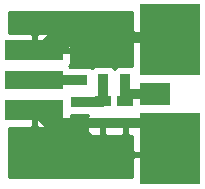
<source format=gtl>
G04 #@! TF.GenerationSoftware,KiCad,Pcbnew,5.0.2-bee76a0~70~ubuntu16.04.1*
G04 #@! TF.CreationDate,2019-12-01T18:07:58-08:00*
G04 #@! TF.ProjectId,psfeedback,70736665-6564-4626-9163-6b2e6b696361,1.0*
G04 #@! TF.SameCoordinates,PX8f25820PY3fcd020*
G04 #@! TF.FileFunction,Copper,L1,Top*
G04 #@! TF.FilePolarity,Positive*
%FSLAX46Y46*%
G04 Gerber Fmt 4.6, Leading zero omitted, Abs format (unit mm)*
G04 Created by KiCad (PCBNEW 5.0.2-bee76a0~70~ubuntu16.04.1) date Sun 01 Dec 2019 06:07:58 PM PST*
%MOMM*%
%LPD*%
G01*
G04 APERTURE LIST*
G04 #@! TA.AperFunction,SMDPad,CuDef*
%ADD10R,2.540000X1.900000*%
G04 #@! TD*
G04 #@! TA.AperFunction,ComponentPad*
%ADD11C,1.900000*%
G04 #@! TD*
G04 #@! TA.AperFunction,ComponentPad*
%ADD12R,2.540000X5.080000*%
G04 #@! TD*
G04 #@! TA.AperFunction,ComponentPad*
%ADD13R,2.540000X1.900000*%
G04 #@! TD*
G04 #@! TA.AperFunction,SMDPad,CuDef*
%ADD14R,1.397000X0.889000*%
G04 #@! TD*
G04 #@! TA.AperFunction,SMDPad,CuDef*
%ADD15R,0.889000X1.397000*%
G04 #@! TD*
G04 #@! TA.AperFunction,SMDPad,CuDef*
%ADD16R,5.000000X1.600000*%
G04 #@! TD*
G04 #@! TA.AperFunction,SMDPad,CuDef*
%ADD17R,5.000000X1.700000*%
G04 #@! TD*
G04 #@! TA.AperFunction,ViaPad*
%ADD18C,0.800000*%
G04 #@! TD*
G04 #@! TA.AperFunction,Conductor*
%ADD19C,0.850000*%
G04 #@! TD*
G04 #@! TA.AperFunction,Conductor*
%ADD20C,0.254000*%
G04 #@! TD*
G04 APERTURE END LIST*
D10*
G04 #@! TO.P,DB1,2*
G04 #@! TO.N,GNDS*
X15540000Y-5160000D03*
X13000000Y-5160000D03*
X13000000Y-10240000D03*
X15540000Y-10240000D03*
D11*
X15540000Y-5160000D03*
X13000000Y-10240000D03*
X15540000Y-10240000D03*
D12*
X15540000Y-12780000D03*
X13000000Y-12780000D03*
X15540000Y-2620000D03*
X13000000Y-2620000D03*
D11*
X13000000Y-5160000D03*
D13*
G04 #@! TO.P,DB1,1*
G04 #@! TO.N,Net-(DB1-Pad1)*
X13000000Y-7700000D03*
G04 #@! TD*
D14*
G04 #@! TO.P,R1,2*
G04 #@! TO.N,Net-(R1-Pad2)*
X6600000Y-6447500D03*
G04 #@! TO.P,R1,1*
G04 #@! TO.N,Net-(R1-Pad1)*
X6600000Y-8352500D03*
G04 #@! TD*
G04 #@! TO.P,R2,1*
G04 #@! TO.N,Net-(R1-Pad1)*
X8600000Y-8247500D03*
G04 #@! TO.P,R2,2*
G04 #@! TO.N,GNDS*
X8600000Y-10152500D03*
G04 #@! TD*
D15*
G04 #@! TO.P,R3,1*
G04 #@! TO.N,Net-(DB1-Pad1)*
X10500000Y-6600000D03*
G04 #@! TO.P,R3,2*
G04 #@! TO.N,Net-(R1-Pad1)*
X8595000Y-6600000D03*
G04 #@! TD*
D14*
G04 #@! TO.P,R4,2*
G04 #@! TO.N,GNDS*
X10500000Y-10152500D03*
G04 #@! TO.P,R4,1*
G04 #@! TO.N,Net-(DB1-Pad1)*
X10500000Y-8247500D03*
G04 #@! TD*
D16*
G04 #@! TO.P,RF1,1*
G04 #@! TO.N,Net-(R1-Pad2)*
X2800000Y-6500000D03*
D17*
G04 #@! TO.P,RF1,2*
G04 #@! TO.N,GNDS*
X2800000Y-9040000D03*
X2800000Y-3960000D03*
G04 #@! TD*
D18*
G04 #@! TO.N,GNDS*
X2800000Y-9040000D03*
X2800000Y-3960000D03*
X5500000Y-3300000D03*
X5500000Y-10700000D03*
G04 #@! TD*
D19*
G04 #@! TO.N,GNDS*
X12912500Y-10152500D02*
X13000000Y-10240000D01*
X8600000Y-10152500D02*
X12912500Y-10152500D01*
X13000000Y-5160000D02*
X15540000Y-5160000D01*
X13000000Y-2620000D02*
X15540000Y-2620000D01*
X13000000Y-10240000D02*
X15540000Y-12780000D01*
X15540000Y-10240000D02*
X13000000Y-12780000D01*
X3912500Y-10152500D02*
X2800000Y-9040000D01*
X8600000Y-10152500D02*
X3912500Y-10152500D01*
X2800000Y-3960000D02*
X3440000Y-3960000D01*
X12720000Y-2900000D02*
X13000000Y-2620000D01*
X4300000Y-2900000D02*
X12720000Y-2900000D01*
X3240000Y-3960000D02*
X4300000Y-2900000D01*
X2800000Y-3960000D02*
X3240000Y-3960000D01*
X4840000Y-3960000D02*
X5500000Y-3300000D01*
X2800000Y-3960000D02*
X4840000Y-3960000D01*
G04 #@! TO.N,Net-(DB1-Pad1)*
X10500000Y-8247500D02*
X10500000Y-6600000D01*
X13000000Y-7700000D02*
X10880000Y-7700000D01*
X10880000Y-7700000D02*
X10500000Y-7700000D01*
G04 #@! TO.N,Net-(R1-Pad2)*
X2852500Y-6447500D02*
X2800000Y-6500000D01*
X6600000Y-6447500D02*
X2852500Y-6447500D01*
G04 #@! TO.N,Net-(R1-Pad1)*
X8600000Y-6605000D02*
X8595000Y-6600000D01*
X8600000Y-8247500D02*
X8600000Y-6605000D01*
X8495000Y-8352500D02*
X8600000Y-8247500D01*
X6600000Y-8352500D02*
X8495000Y-8352500D01*
G04 #@! TD*
D20*
G04 #@! TO.N,GNDS*
G36*
X2927000Y-8913000D02*
X2947000Y-8913000D01*
X2947000Y-9167000D01*
X2927000Y-9167000D01*
X2927000Y-10366250D01*
X3085750Y-10525000D01*
X5426310Y-10525000D01*
X5635742Y-10438250D01*
X7266500Y-10438250D01*
X7266500Y-10723309D01*
X7363173Y-10956698D01*
X7541801Y-11135327D01*
X7775190Y-11232000D01*
X8314250Y-11232000D01*
X8473000Y-11073250D01*
X8473000Y-10279500D01*
X8727000Y-10279500D01*
X8727000Y-11073250D01*
X8885750Y-11232000D01*
X9424810Y-11232000D01*
X9550000Y-11180145D01*
X9675190Y-11232000D01*
X10214250Y-11232000D01*
X10373000Y-11073250D01*
X10373000Y-10279500D01*
X8727000Y-10279500D01*
X8473000Y-10279500D01*
X7425250Y-10279500D01*
X7266500Y-10438250D01*
X5635742Y-10438250D01*
X5659699Y-10428327D01*
X5838327Y-10249698D01*
X5935000Y-10016309D01*
X5935000Y-9444440D01*
X7298500Y-9444440D01*
X7325583Y-9439053D01*
X7266500Y-9581691D01*
X7266500Y-9866750D01*
X7425250Y-10025500D01*
X8473000Y-10025500D01*
X8473000Y-10005500D01*
X8727000Y-10005500D01*
X8727000Y-10025500D01*
X10373000Y-10025500D01*
X10373000Y-10005500D01*
X10627000Y-10005500D01*
X10627000Y-10025500D01*
X10647000Y-10025500D01*
X10647000Y-10279500D01*
X10627000Y-10279500D01*
X10627000Y-11073250D01*
X10785750Y-11232000D01*
X11095000Y-11232000D01*
X11095000Y-12494250D01*
X11253750Y-12653000D01*
X12873000Y-12653000D01*
X12873000Y-12633000D01*
X13127000Y-12633000D01*
X13127000Y-12653000D01*
X15413000Y-12653000D01*
X15413000Y-12633000D01*
X15667000Y-12633000D01*
X15667000Y-12653000D01*
X15687000Y-12653000D01*
X15687000Y-12907000D01*
X15667000Y-12907000D01*
X15667000Y-12927000D01*
X15413000Y-12927000D01*
X15413000Y-12907000D01*
X13127000Y-12907000D01*
X13127000Y-12927000D01*
X12873000Y-12927000D01*
X12873000Y-12907000D01*
X11253750Y-12907000D01*
X11095000Y-13065750D01*
X11095000Y-14715000D01*
X685000Y-14715000D01*
X685000Y-10525000D01*
X2514250Y-10525000D01*
X2673000Y-10366250D01*
X2673000Y-9167000D01*
X2653000Y-9167000D01*
X2653000Y-8913000D01*
X2673000Y-8913000D01*
X2673000Y-8893000D01*
X2927000Y-8893000D01*
X2927000Y-8913000D01*
X2927000Y-8913000D01*
G37*
X2927000Y-8913000D02*
X2947000Y-8913000D01*
X2947000Y-9167000D01*
X2927000Y-9167000D01*
X2927000Y-10366250D01*
X3085750Y-10525000D01*
X5426310Y-10525000D01*
X5635742Y-10438250D01*
X7266500Y-10438250D01*
X7266500Y-10723309D01*
X7363173Y-10956698D01*
X7541801Y-11135327D01*
X7775190Y-11232000D01*
X8314250Y-11232000D01*
X8473000Y-11073250D01*
X8473000Y-10279500D01*
X8727000Y-10279500D01*
X8727000Y-11073250D01*
X8885750Y-11232000D01*
X9424810Y-11232000D01*
X9550000Y-11180145D01*
X9675190Y-11232000D01*
X10214250Y-11232000D01*
X10373000Y-11073250D01*
X10373000Y-10279500D01*
X8727000Y-10279500D01*
X8473000Y-10279500D01*
X7425250Y-10279500D01*
X7266500Y-10438250D01*
X5635742Y-10438250D01*
X5659699Y-10428327D01*
X5838327Y-10249698D01*
X5935000Y-10016309D01*
X5935000Y-9444440D01*
X7298500Y-9444440D01*
X7325583Y-9439053D01*
X7266500Y-9581691D01*
X7266500Y-9866750D01*
X7425250Y-10025500D01*
X8473000Y-10025500D01*
X8473000Y-10005500D01*
X8727000Y-10005500D01*
X8727000Y-10025500D01*
X10373000Y-10025500D01*
X10373000Y-10005500D01*
X10627000Y-10005500D01*
X10627000Y-10025500D01*
X10647000Y-10025500D01*
X10647000Y-10279500D01*
X10627000Y-10279500D01*
X10627000Y-11073250D01*
X10785750Y-11232000D01*
X11095000Y-11232000D01*
X11095000Y-12494250D01*
X11253750Y-12653000D01*
X12873000Y-12653000D01*
X12873000Y-12633000D01*
X13127000Y-12633000D01*
X13127000Y-12653000D01*
X15413000Y-12653000D01*
X15413000Y-12633000D01*
X15667000Y-12633000D01*
X15667000Y-12653000D01*
X15687000Y-12653000D01*
X15687000Y-12907000D01*
X15667000Y-12907000D01*
X15667000Y-12927000D01*
X15413000Y-12927000D01*
X15413000Y-12907000D01*
X13127000Y-12907000D01*
X13127000Y-12927000D01*
X12873000Y-12927000D01*
X12873000Y-12907000D01*
X11253750Y-12907000D01*
X11095000Y-13065750D01*
X11095000Y-14715000D01*
X685000Y-14715000D01*
X685000Y-10525000D01*
X2514250Y-10525000D01*
X2673000Y-10366250D01*
X2673000Y-9167000D01*
X2653000Y-9167000D01*
X2653000Y-8913000D01*
X2673000Y-8913000D01*
X2673000Y-8893000D01*
X2927000Y-8893000D01*
X2927000Y-8913000D01*
G36*
X11095000Y-2334250D02*
X11253750Y-2493000D01*
X12873000Y-2493000D01*
X12873000Y-2473000D01*
X13127000Y-2473000D01*
X13127000Y-2493000D01*
X15413000Y-2493000D01*
X15413000Y-2473000D01*
X15667000Y-2473000D01*
X15667000Y-2493000D01*
X15687000Y-2493000D01*
X15687000Y-2747000D01*
X15667000Y-2747000D01*
X15667000Y-2767000D01*
X15413000Y-2767000D01*
X15413000Y-2747000D01*
X13127000Y-2747000D01*
X13127000Y-2767000D01*
X12873000Y-2767000D01*
X12873000Y-2747000D01*
X11253750Y-2747000D01*
X11095000Y-2905750D01*
X11095000Y-5283996D01*
X10944500Y-5254060D01*
X10055500Y-5254060D01*
X9807735Y-5303343D01*
X9597691Y-5443691D01*
X9547500Y-5518807D01*
X9497309Y-5443691D01*
X9287265Y-5303343D01*
X9039500Y-5254060D01*
X8150500Y-5254060D01*
X7902735Y-5303343D01*
X7692691Y-5443691D01*
X7665440Y-5484474D01*
X7546265Y-5404843D01*
X7298500Y-5355560D01*
X5901500Y-5355560D01*
X5841531Y-5367488D01*
X5761024Y-5247002D01*
X5838327Y-5169698D01*
X5935000Y-4936309D01*
X5935000Y-4245750D01*
X5776250Y-4087000D01*
X2927000Y-4087000D01*
X2927000Y-4107000D01*
X2673000Y-4107000D01*
X2673000Y-4087000D01*
X2653000Y-4087000D01*
X2653000Y-3833000D01*
X2673000Y-3833000D01*
X2673000Y-2633750D01*
X2927000Y-2633750D01*
X2927000Y-3833000D01*
X5776250Y-3833000D01*
X5935000Y-3674250D01*
X5935000Y-2983691D01*
X5838327Y-2750302D01*
X5659699Y-2571673D01*
X5426310Y-2475000D01*
X3085750Y-2475000D01*
X2927000Y-2633750D01*
X2673000Y-2633750D01*
X2514250Y-2475000D01*
X685000Y-2475000D01*
X685000Y-685000D01*
X11095000Y-685000D01*
X11095000Y-2334250D01*
X11095000Y-2334250D01*
G37*
X11095000Y-2334250D02*
X11253750Y-2493000D01*
X12873000Y-2493000D01*
X12873000Y-2473000D01*
X13127000Y-2473000D01*
X13127000Y-2493000D01*
X15413000Y-2493000D01*
X15413000Y-2473000D01*
X15667000Y-2473000D01*
X15667000Y-2493000D01*
X15687000Y-2493000D01*
X15687000Y-2747000D01*
X15667000Y-2747000D01*
X15667000Y-2767000D01*
X15413000Y-2767000D01*
X15413000Y-2747000D01*
X13127000Y-2747000D01*
X13127000Y-2767000D01*
X12873000Y-2767000D01*
X12873000Y-2747000D01*
X11253750Y-2747000D01*
X11095000Y-2905750D01*
X11095000Y-5283996D01*
X10944500Y-5254060D01*
X10055500Y-5254060D01*
X9807735Y-5303343D01*
X9597691Y-5443691D01*
X9547500Y-5518807D01*
X9497309Y-5443691D01*
X9287265Y-5303343D01*
X9039500Y-5254060D01*
X8150500Y-5254060D01*
X7902735Y-5303343D01*
X7692691Y-5443691D01*
X7665440Y-5484474D01*
X7546265Y-5404843D01*
X7298500Y-5355560D01*
X5901500Y-5355560D01*
X5841531Y-5367488D01*
X5761024Y-5247002D01*
X5838327Y-5169698D01*
X5935000Y-4936309D01*
X5935000Y-4245750D01*
X5776250Y-4087000D01*
X2927000Y-4087000D01*
X2927000Y-4107000D01*
X2673000Y-4107000D01*
X2673000Y-4087000D01*
X2653000Y-4087000D01*
X2653000Y-3833000D01*
X2673000Y-3833000D01*
X2673000Y-2633750D01*
X2927000Y-2633750D01*
X2927000Y-3833000D01*
X5776250Y-3833000D01*
X5935000Y-3674250D01*
X5935000Y-2983691D01*
X5838327Y-2750302D01*
X5659699Y-2571673D01*
X5426310Y-2475000D01*
X3085750Y-2475000D01*
X2927000Y-2633750D01*
X2673000Y-2633750D01*
X2514250Y-2475000D01*
X685000Y-2475000D01*
X685000Y-685000D01*
X11095000Y-685000D01*
X11095000Y-2334250D01*
G04 #@! TD*
M02*

</source>
